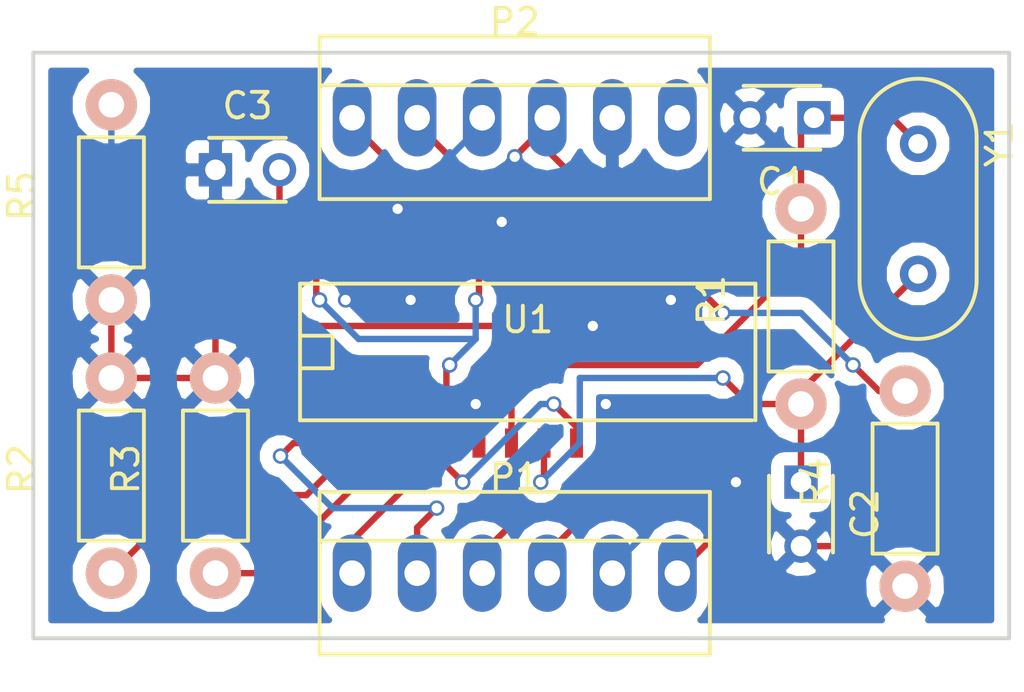
<source format=kicad_pcb>
(kicad_pcb (version 4) (host pcbnew 4.0.3-stable)

  (general
    (links 39)
    (no_connects 1)
    (area 101.524999 78.664999 139.775001 101.675001)
    (thickness 1.6)
    (drawings 5)
    (tracks 158)
    (zones 0)
    (modules 12)
    (nets 20)
  )

  (page A4)
  (layers
    (0 F.Cu signal)
    (31 B.Cu signal)
    (32 B.Adhes user)
    (33 F.Adhes user)
    (34 B.Paste user)
    (35 F.Paste user)
    (36 B.SilkS user)
    (37 F.SilkS user)
    (38 B.Mask user)
    (39 F.Mask user)
    (40 Dwgs.User user)
    (41 Cmts.User user)
    (42 Eco1.User user)
    (43 Eco2.User user)
    (44 Edge.Cuts user)
    (45 Margin user)
    (46 B.CrtYd user)
    (47 F.CrtYd user)
    (48 B.Fab user)
    (49 F.Fab user)
  )

  (setup
    (last_trace_width 0.25)
    (trace_clearance 0.2)
    (zone_clearance 0.508)
    (zone_45_only no)
    (trace_min 0.2)
    (segment_width 0.2)
    (edge_width 0.15)
    (via_size 0.6)
    (via_drill 0.4)
    (via_min_size 0.4)
    (via_min_drill 0.3)
    (uvia_size 0.3)
    (uvia_drill 0.1)
    (uvias_allowed no)
    (uvia_min_size 0.2)
    (uvia_min_drill 0.1)
    (pcb_text_width 0.3)
    (pcb_text_size 1.5 1.5)
    (mod_edge_width 0.15)
    (mod_text_size 1 1)
    (mod_text_width 0.15)
    (pad_size 1.524 1.524)
    (pad_drill 0.762)
    (pad_to_mask_clearance 0.2)
    (aux_axis_origin 0 0)
    (visible_elements 7FFFFFFF)
    (pcbplotparams
      (layerselection 0x00030_80000001)
      (usegerberextensions false)
      (excludeedgelayer true)
      (linewidth 0.100000)
      (plotframeref false)
      (viasonmask false)
      (mode 1)
      (useauxorigin false)
      (hpglpennumber 1)
      (hpglpenspeed 20)
      (hpglpendiameter 15)
      (hpglpenoverlay 2)
      (psnegative false)
      (psa4output false)
      (plotreference true)
      (plotvalue true)
      (plotinvisibletext false)
      (padsonsilk false)
      (subtractmaskfromsilk false)
      (outputformat 1)
      (mirror false)
      (drillshape 1)
      (scaleselection 1)
      (outputdirectory ""))
  )

  (net 0 "")
  (net 1 "Net-(C1-Pad1)")
  (net 2 GND)
  (net 3 "Net-(C2-Pad1)")
  (net 4 "Net-(C3-Pad2)")
  (net 5 "Net-(P1-Pad1)")
  (net 6 "Net-(P1-Pad2)")
  (net 7 "Net-(P1-Pad3)")
  (net 8 "Net-(P1-Pad4)")
  (net 9 "Net-(P1-Pad5)")
  (net 10 "Net-(P1-Pad6)")
  (net 11 "Net-(P2-Pad1)")
  (net 12 "Net-(P2-Pad2)")
  (net 13 VCC)
  (net 14 "Net-(R2-Pad1)")
  (net 15 "Net-(R3-Pad1)")
  (net 16 "Net-(R4-Pad2)")
  (net 17 "Net-(R5-Pad2)")
  (net 18 "Net-(P2-Pad3)")
  (net 19 "Net-(P2-Pad6)")

  (net_class Default "This is the default net class."
    (clearance 0.2)
    (trace_width 0.25)
    (via_dia 0.6)
    (via_drill 0.4)
    (uvia_dia 0.3)
    (uvia_drill 0.1)
    (add_net GND)
    (add_net "Net-(C1-Pad1)")
    (add_net "Net-(C2-Pad1)")
    (add_net "Net-(C3-Pad2)")
    (add_net "Net-(P1-Pad1)")
    (add_net "Net-(P1-Pad2)")
    (add_net "Net-(P1-Pad3)")
    (add_net "Net-(P1-Pad4)")
    (add_net "Net-(P1-Pad5)")
    (add_net "Net-(P1-Pad6)")
    (add_net "Net-(P2-Pad1)")
    (add_net "Net-(P2-Pad2)")
    (add_net "Net-(P2-Pad3)")
    (add_net "Net-(P2-Pad6)")
    (add_net "Net-(R2-Pad1)")
    (add_net "Net-(R3-Pad1)")
    (add_net "Net-(R4-Pad2)")
    (add_net "Net-(R5-Pad2)")
    (add_net VCC)
  )

  (module Capacitors_ThroughHole:C_Disc_D3_P2.5 (layer F.Cu) (tedit 0) (tstamp 583BB9B7)
    (at 132.08 81.28 180)
    (descr "Capacitor 3mm Disc, Pitch 2.5mm")
    (tags Capacitor)
    (path /5838C491)
    (fp_text reference C1 (at 1.25 -2.5 180) (layer F.SilkS)
      (effects (font (size 1 1) (thickness 0.15)))
    )
    (fp_text value 33p (at 1.25 2.5 180) (layer F.Fab)
      (effects (font (size 1 1) (thickness 0.15)))
    )
    (fp_line (start -0.9 -1.5) (end 3.4 -1.5) (layer F.CrtYd) (width 0.05))
    (fp_line (start 3.4 -1.5) (end 3.4 1.5) (layer F.CrtYd) (width 0.05))
    (fp_line (start 3.4 1.5) (end -0.9 1.5) (layer F.CrtYd) (width 0.05))
    (fp_line (start -0.9 1.5) (end -0.9 -1.5) (layer F.CrtYd) (width 0.05))
    (fp_line (start -0.25 -1.25) (end 2.75 -1.25) (layer F.SilkS) (width 0.15))
    (fp_line (start 2.75 1.25) (end -0.25 1.25) (layer F.SilkS) (width 0.15))
    (pad 1 thru_hole rect (at 0 0 180) (size 1.3 1.3) (drill 0.8) (layers *.Cu *.Mask)
      (net 1 "Net-(C1-Pad1)"))
    (pad 2 thru_hole circle (at 2.5 0 180) (size 1.3 1.3) (drill 0.8001) (layers *.Cu *.Mask)
      (net 2 GND))
    (model Capacitors_ThroughHole.3dshapes/C_Disc_D3_P2.5.wrl
      (at (xyz 0.0492126 0 0))
      (scale (xyz 1 1 1))
      (rotate (xyz 0 0 0))
    )
  )

  (module Capacitors_ThroughHole:C_Disc_D3_P2.5 (layer F.Cu) (tedit 0) (tstamp 583BB9BD)
    (at 131.572 95.504 270)
    (descr "Capacitor 3mm Disc, Pitch 2.5mm")
    (tags Capacitor)
    (path /5838C873)
    (fp_text reference C2 (at 1.25 -2.5 270) (layer F.SilkS)
      (effects (font (size 1 1) (thickness 0.15)))
    )
    (fp_text value 33p (at 1.25 2.5 270) (layer F.Fab)
      (effects (font (size 1 1) (thickness 0.15)))
    )
    (fp_line (start -0.9 -1.5) (end 3.4 -1.5) (layer F.CrtYd) (width 0.05))
    (fp_line (start 3.4 -1.5) (end 3.4 1.5) (layer F.CrtYd) (width 0.05))
    (fp_line (start 3.4 1.5) (end -0.9 1.5) (layer F.CrtYd) (width 0.05))
    (fp_line (start -0.9 1.5) (end -0.9 -1.5) (layer F.CrtYd) (width 0.05))
    (fp_line (start -0.25 -1.25) (end 2.75 -1.25) (layer F.SilkS) (width 0.15))
    (fp_line (start 2.75 1.25) (end -0.25 1.25) (layer F.SilkS) (width 0.15))
    (pad 1 thru_hole rect (at 0 0 270) (size 1.3 1.3) (drill 0.8) (layers *.Cu *.Mask)
      (net 3 "Net-(C2-Pad1)"))
    (pad 2 thru_hole circle (at 2.5 0 270) (size 1.3 1.3) (drill 0.8001) (layers *.Cu *.Mask)
      (net 2 GND))
    (model Capacitors_ThroughHole.3dshapes/C_Disc_D3_P2.5.wrl
      (at (xyz 0.0492126 0 0))
      (scale (xyz 1 1 1))
      (rotate (xyz 0 0 0))
    )
  )

  (module Capacitors_ThroughHole:C_Disc_D3_P2.5 (layer F.Cu) (tedit 0) (tstamp 583BB9C3)
    (at 108.712 83.312)
    (descr "Capacitor 3mm Disc, Pitch 2.5mm")
    (tags Capacitor)
    (path /5838D612)
    (fp_text reference C3 (at 1.25 -2.5) (layer F.SilkS)
      (effects (font (size 1 1) (thickness 0.15)))
    )
    (fp_text value 100nF (at 1.25 2.5) (layer F.Fab)
      (effects (font (size 1 1) (thickness 0.15)))
    )
    (fp_line (start -0.9 -1.5) (end 3.4 -1.5) (layer F.CrtYd) (width 0.05))
    (fp_line (start 3.4 -1.5) (end 3.4 1.5) (layer F.CrtYd) (width 0.05))
    (fp_line (start 3.4 1.5) (end -0.9 1.5) (layer F.CrtYd) (width 0.05))
    (fp_line (start -0.9 1.5) (end -0.9 -1.5) (layer F.CrtYd) (width 0.05))
    (fp_line (start -0.25 -1.25) (end 2.75 -1.25) (layer F.SilkS) (width 0.15))
    (fp_line (start 2.75 1.25) (end -0.25 1.25) (layer F.SilkS) (width 0.15))
    (pad 1 thru_hole rect (at 0 0) (size 1.3 1.3) (drill 0.8) (layers *.Cu *.Mask)
      (net 2 GND))
    (pad 2 thru_hole circle (at 2.5 0) (size 1.3 1.3) (drill 0.8001) (layers *.Cu *.Mask)
      (net 4 "Net-(C3-Pad2)"))
    (model Capacitors_ThroughHole.3dshapes/C_Disc_D3_P2.5.wrl
      (at (xyz 0.0492126 0 0))
      (scale (xyz 1 1 1))
      (rotate (xyz 0 0 0))
    )
  )

  (module Connect:PINHEAD1-6 (layer F.Cu) (tedit 0) (tstamp 583BB9CD)
    (at 120.396 99.06)
    (path /583B7DD1)
    (attr virtual)
    (fp_text reference P1 (at 0 -3.75) (layer F.SilkS)
      (effects (font (size 1 1) (thickness 0.15)))
    )
    (fp_text value CONN_01X06 (at 0 3.81) (layer F.Fab)
      (effects (font (size 1 1) (thickness 0.15)))
    )
    (fp_line (start 0 3.175) (end 7.62 3.175) (layer F.SilkS) (width 0.15))
    (fp_line (start 0 -1.27) (end 7.62 -1.27) (layer F.SilkS) (width 0.15))
    (fp_line (start 0 -3.175) (end 7.62 -3.175) (layer F.SilkS) (width 0.15))
    (fp_line (start -7.62 -3.175) (end -7.62 3.175) (layer F.SilkS) (width 0.15))
    (fp_line (start 7.62 -3.175) (end 7.62 3.175) (layer F.SilkS) (width 0.15))
    (fp_line (start 0 -1.27) (end -7.62 -1.27) (layer F.SilkS) (width 0.15))
    (fp_line (start -7.62 -3.175) (end 0 -3.175) (layer F.SilkS) (width 0.15))
    (fp_line (start 0 3.175) (end -7.62 3.175) (layer F.SilkS) (width 0.15))
    (pad 1 thru_hole oval (at -6.35 0) (size 1.50622 3.01498) (drill 0.99822) (layers *.Cu *.Mask)
      (net 5 "Net-(P1-Pad1)"))
    (pad 2 thru_hole oval (at -3.81 0) (size 1.50622 3.01498) (drill 0.99822) (layers *.Cu *.Mask)
      (net 6 "Net-(P1-Pad2)"))
    (pad 3 thru_hole oval (at -1.27 0) (size 1.50622 3.01498) (drill 0.99822) (layers *.Cu *.Mask)
      (net 7 "Net-(P1-Pad3)"))
    (pad 4 thru_hole oval (at 1.27 0) (size 1.50622 3.01498) (drill 0.99822) (layers *.Cu *.Mask)
      (net 8 "Net-(P1-Pad4)"))
    (pad 5 thru_hole oval (at 3.81 0) (size 1.50622 3.01498) (drill 0.99822) (layers *.Cu *.Mask)
      (net 9 "Net-(P1-Pad5)"))
    (pad 6 thru_hole oval (at 6.35 0) (size 1.50622 3.01498) (drill 0.99822) (layers *.Cu *.Mask)
      (net 10 "Net-(P1-Pad6)"))
  )

  (module Connect:PINHEAD1-6 (layer F.Cu) (tedit 0) (tstamp 583BB9D7)
    (at 120.396 81.28)
    (path /583C4D63)
    (attr virtual)
    (fp_text reference P2 (at 0 -3.75) (layer F.SilkS)
      (effects (font (size 1 1) (thickness 0.15)))
    )
    (fp_text value CONN_01X06 (at 0 3.81) (layer F.Fab)
      (effects (font (size 1 1) (thickness 0.15)))
    )
    (fp_line (start 0 3.175) (end 7.62 3.175) (layer F.SilkS) (width 0.15))
    (fp_line (start 0 -1.27) (end 7.62 -1.27) (layer F.SilkS) (width 0.15))
    (fp_line (start 0 -3.175) (end 7.62 -3.175) (layer F.SilkS) (width 0.15))
    (fp_line (start -7.62 -3.175) (end -7.62 3.175) (layer F.SilkS) (width 0.15))
    (fp_line (start 7.62 -3.175) (end 7.62 3.175) (layer F.SilkS) (width 0.15))
    (fp_line (start 0 -1.27) (end -7.62 -1.27) (layer F.SilkS) (width 0.15))
    (fp_line (start -7.62 -3.175) (end 0 -3.175) (layer F.SilkS) (width 0.15))
    (fp_line (start 0 3.175) (end -7.62 3.175) (layer F.SilkS) (width 0.15))
    (pad 1 thru_hole oval (at -6.35 0) (size 1.50622 3.01498) (drill 0.99822) (layers *.Cu *.Mask)
      (net 11 "Net-(P2-Pad1)"))
    (pad 2 thru_hole oval (at -3.81 0) (size 1.50622 3.01498) (drill 0.99822) (layers *.Cu *.Mask)
      (net 12 "Net-(P2-Pad2)"))
    (pad 3 thru_hole oval (at -1.27 0) (size 1.50622 3.01498) (drill 0.99822) (layers *.Cu *.Mask)
      (net 18 "Net-(P2-Pad3)"))
    (pad 4 thru_hole oval (at 1.27 0) (size 1.50622 3.01498) (drill 0.99822) (layers *.Cu *.Mask)
      (net 13 VCC))
    (pad 5 thru_hole oval (at 3.81 0) (size 1.50622 3.01498) (drill 0.99822) (layers *.Cu *.Mask)
      (net 2 GND))
    (pad 6 thru_hole oval (at 6.35 0) (size 1.50622 3.01498) (drill 0.99822) (layers *.Cu *.Mask)
      (net 19 "Net-(P2-Pad6)"))
  )

  (module SMD_Packages:SOIC-28 (layer F.Cu) (tedit 0) (tstamp 583BBA15)
    (at 120.904 90.424)
    (descr "Module CMS SOJ 28 pins large")
    (tags "CMS SOJ")
    (path /5838BFC0)
    (attr smd)
    (fp_text reference U1 (at 0 -1.26238) (layer F.SilkS)
      (effects (font (size 1 1) (thickness 0.15)))
    )
    (fp_text value VS1011E-S (at 0 1.27) (layer F.Fab)
      (effects (font (size 1 1) (thickness 0.15)))
    )
    (fp_line (start 8.763 2.667) (end -8.89 2.667) (layer F.SilkS) (width 0.15))
    (fp_line (start -8.89 -2.667) (end 8.89 -2.667) (layer F.SilkS) (width 0.15))
    (fp_line (start 8.89 2.667) (end 8.89 -2.667) (layer F.SilkS) (width 0.15))
    (fp_line (start -8.89 -2.667) (end -8.89 2.667) (layer F.SilkS) (width 0.15))
    (fp_line (start -8.89 -0.635) (end -7.62 -0.635) (layer F.SilkS) (width 0.15))
    (fp_line (start -7.62 -0.635) (end -7.62 0.635) (layer F.SilkS) (width 0.15))
    (fp_line (start -7.62 0.635) (end -8.89 0.635) (layer F.SilkS) (width 0.15))
    (pad 1 smd rect (at -8.255 3.556) (size 0.508 1.143) (layers F.Cu F.Paste F.Mask)
      (net 6 "Net-(P1-Pad2)"))
    (pad 2 smd rect (at -6.985 3.556) (size 0.508 1.143) (layers F.Cu F.Paste F.Mask)
      (net 14 "Net-(R2-Pad1)"))
    (pad 3 smd rect (at -5.715 3.556) (size 0.508 1.143) (layers F.Cu F.Paste F.Mask)
      (net 15 "Net-(R3-Pad1)"))
    (pad 4 smd rect (at -4.445 3.556) (size 0.508 1.143) (layers F.Cu F.Paste F.Mask)
      (net 5 "Net-(P1-Pad1)"))
    (pad 5 smd rect (at -3.175 3.556) (size 0.508 1.143) (layers F.Cu F.Paste F.Mask)
      (net 13 VCC))
    (pad 6 smd rect (at -1.905 3.556) (size 0.508 1.143) (layers F.Cu F.Paste F.Mask)
      (net 2 GND))
    (pad 7 smd rect (at -0.635 3.556) (size 0.508 1.143) (layers F.Cu F.Paste F.Mask)
      (net 1 "Net-(C1-Pad1)"))
    (pad 8 smd rect (at 0.635 3.556) (size 0.508 1.143) (layers F.Cu F.Paste F.Mask)
      (net 3 "Net-(C2-Pad1)"))
    (pad 9 smd rect (at 1.905 3.556) (size 0.508 1.143) (layers F.Cu F.Paste F.Mask)
      (net 13 VCC))
    (pad 10 smd rect (at 3.175 3.556) (size 0.508 1.143) (layers F.Cu F.Paste F.Mask)
      (net 2 GND))
    (pad 11 smd rect (at 4.445 3.556) (size 0.508 1.143) (layers F.Cu F.Paste F.Mask)
      (net 7 "Net-(P1-Pad3)"))
    (pad 12 smd rect (at 5.715 3.556) (size 0.508 1.143) (layers F.Cu F.Paste F.Mask)
      (net 8 "Net-(P1-Pad4)"))
    (pad 13 smd rect (at 6.985 3.556) (size 0.508 1.143) (layers F.Cu F.Paste F.Mask)
      (net 10 "Net-(P1-Pad6)"))
    (pad 14 smd rect (at 8.255 3.556) (size 0.508 1.143) (layers F.Cu F.Paste F.Mask)
      (net 9 "Net-(P1-Pad5)"))
    (pad 15 smd rect (at 8.255 -3.556) (size 0.508 1.143) (layers F.Cu F.Paste F.Mask)
      (net 13 VCC))
    (pad 16 smd rect (at 6.985 -3.556) (size 0.508 1.143) (layers F.Cu F.Paste F.Mask)
      (net 16 "Net-(R4-Pad2)"))
    (pad 17 smd rect (at 5.715 -3.556) (size 0.508 1.143) (layers F.Cu F.Paste F.Mask)
      (net 17 "Net-(R5-Pad2)"))
    (pad 18 smd rect (at 4.445 -3.556) (size 0.508 1.143) (layers F.Cu F.Paste F.Mask)
      (net 2 GND))
    (pad 19 smd rect (at 3.175 -3.556) (size 0.508 1.143) (layers F.Cu F.Paste F.Mask)
      (net 13 VCC))
    (pad 20 smd rect (at 1.905 -3.556) (size 0.508 1.143) (layers F.Cu F.Paste F.Mask)
      (net 12 "Net-(P2-Pad2)"))
    (pad 21 smd rect (at 0.635 -3.556) (size 0.508 1.143) (layers F.Cu F.Paste F.Mask)
      (net 2 GND))
    (pad 22 smd rect (at -0.635 -3.556) (size 0.508 1.143) (layers F.Cu F.Paste F.Mask)
      (net 4 "Net-(C3-Pad2)"))
    (pad 23 smd rect (at -1.905 -3.556) (size 0.508 1.143) (layers F.Cu F.Paste F.Mask)
      (net 13 VCC))
    (pad 24 smd rect (at -3.175 -3.556) (size 0.508 1.143) (layers F.Cu F.Paste F.Mask)
      (net 11 "Net-(P2-Pad1)"))
    (pad 25 smd rect (at -4.445 -3.556) (size 0.508 1.143) (layers F.Cu F.Paste F.Mask)
      (net 2 GND))
    (pad 26 smd rect (at -5.715 -3.556) (size 0.508 1.143) (layers F.Cu F.Paste F.Mask)
      (net 18 "Net-(P2-Pad3)"))
    (pad 27 smd rect (at -6.985 -3.556) (size 0.508 1.143) (layers F.Cu F.Paste F.Mask)
      (net 2 GND))
    (pad 28 smd rect (at -8.255 -3.556) (size 0.508 1.143) (layers F.Cu F.Paste F.Mask)
      (net 13 VCC))
  )

  (module Crystals:HC-49V (layer F.Cu) (tedit 56D4D4E4) (tstamp 583BBA1B)
    (at 136.144 82.296 270)
    (descr "Quartz boitier HC-49 Vertical")
    (tags "QUARTZ DEV")
    (path /5838C514)
    (fp_text reference Y1 (at 0 -3.175 270) (layer F.SilkS)
      (effects (font (size 1 1) (thickness 0.15)))
    )
    (fp_text value Crystal (at 0 3.175 270) (layer F.Fab)
      (effects (font (size 1 1) (thickness 0.15)))
    )
    (fp_line (start 5.35 2.8) (end -0.25 2.8) (layer F.CrtYd) (width 0.05))
    (fp_line (start -0.25 -2.8) (end 5.35 -2.8) (layer F.CrtYd) (width 0.05))
    (fp_arc (start -0.25 0) (end -0.25 2.8) (angle 180) (layer F.CrtYd) (width 0.05))
    (fp_arc (start 5.35 0) (end 5.35 -2.8) (angle 180) (layer F.CrtYd) (width 0.05))
    (fp_arc (start 5.334 0) (end 5.334 -2.286) (angle 180) (layer F.SilkS) (width 0.15))
    (fp_arc (start -0.254 0) (end -0.254 2.286) (angle 180) (layer F.SilkS) (width 0.15))
    (fp_line (start -0.254 2.286) (end 5.334 2.286) (layer F.SilkS) (width 0.15))
    (fp_line (start -0.254 -2.286) (end 5.334 -2.286) (layer F.SilkS) (width 0.15))
    (pad 1 thru_hole circle (at 0 0 270) (size 1.4224 1.4224) (drill 0.762) (layers *.Cu *.Mask)
      (net 1 "Net-(C1-Pad1)"))
    (pad 2 thru_hole circle (at 5.08 0 270) (size 1.4224 1.4224) (drill 0.762) (layers *.Cu *.Mask)
      (net 3 "Net-(C2-Pad1)"))
    (model Crystals.3dshapes/HC-49V.wrl
      (at (xyz 0.1 0 0))
      (scale (xyz 1 1 0.2))
      (rotate (xyz 0 0 0))
    )
  )

  (module Resistors_ThroughHole:Resistor_Horizontal_RM7mm (layer F.Cu) (tedit 569FCF07) (tstamp 583BBE11)
    (at 131.572 92.456 90)
    (descr "Resistor, Axial,  RM 7.62mm, 1/3W,")
    (tags "Resistor Axial RM 7.62mm 1/3W R3")
    (path /5838C3D8)
    (fp_text reference R1 (at 4.05892 -3.50012 90) (layer F.SilkS)
      (effects (font (size 1 1) (thickness 0.15)))
    )
    (fp_text value 1M (at 3.81 3.81 90) (layer F.Fab)
      (effects (font (size 1 1) (thickness 0.15)))
    )
    (fp_line (start -1.25 -1.5) (end 8.85 -1.5) (layer F.CrtYd) (width 0.05))
    (fp_line (start -1.25 1.5) (end -1.25 -1.5) (layer F.CrtYd) (width 0.05))
    (fp_line (start 8.85 -1.5) (end 8.85 1.5) (layer F.CrtYd) (width 0.05))
    (fp_line (start -1.25 1.5) (end 8.85 1.5) (layer F.CrtYd) (width 0.05))
    (fp_line (start 1.27 -1.27) (end 6.35 -1.27) (layer F.SilkS) (width 0.15))
    (fp_line (start 6.35 -1.27) (end 6.35 1.27) (layer F.SilkS) (width 0.15))
    (fp_line (start 6.35 1.27) (end 1.27 1.27) (layer F.SilkS) (width 0.15))
    (fp_line (start 1.27 1.27) (end 1.27 -1.27) (layer F.SilkS) (width 0.15))
    (pad 1 thru_hole circle (at 0 0 90) (size 1.99898 1.99898) (drill 1.00076) (layers *.Cu *.SilkS *.Mask)
      (net 3 "Net-(C2-Pad1)"))
    (pad 2 thru_hole circle (at 7.62 0 90) (size 1.99898 1.99898) (drill 1.00076) (layers *.Cu *.SilkS *.Mask)
      (net 1 "Net-(C1-Pad1)"))
  )

  (module Resistors_ThroughHole:Resistor_Horizontal_RM7mm (layer F.Cu) (tedit 569FCF07) (tstamp 583BBE16)
    (at 104.648 99.06 90)
    (descr "Resistor, Axial,  RM 7.62mm, 1/3W,")
    (tags "Resistor Axial RM 7.62mm 1/3W R3")
    (path /5838DDC6)
    (fp_text reference R2 (at 4.05892 -3.50012 90) (layer F.SilkS)
      (effects (font (size 1 1) (thickness 0.15)))
    )
    (fp_text value 100K (at 3.81 3.81 90) (layer F.Fab)
      (effects (font (size 1 1) (thickness 0.15)))
    )
    (fp_line (start -1.25 -1.5) (end 8.85 -1.5) (layer F.CrtYd) (width 0.05))
    (fp_line (start -1.25 1.5) (end -1.25 -1.5) (layer F.CrtYd) (width 0.05))
    (fp_line (start 8.85 -1.5) (end 8.85 1.5) (layer F.CrtYd) (width 0.05))
    (fp_line (start -1.25 1.5) (end 8.85 1.5) (layer F.CrtYd) (width 0.05))
    (fp_line (start 1.27 -1.27) (end 6.35 -1.27) (layer F.SilkS) (width 0.15))
    (fp_line (start 6.35 -1.27) (end 6.35 1.27) (layer F.SilkS) (width 0.15))
    (fp_line (start 6.35 1.27) (end 1.27 1.27) (layer F.SilkS) (width 0.15))
    (fp_line (start 1.27 1.27) (end 1.27 -1.27) (layer F.SilkS) (width 0.15))
    (pad 1 thru_hole circle (at 0 0 90) (size 1.99898 1.99898) (drill 1.00076) (layers *.Cu *.SilkS *.Mask)
      (net 14 "Net-(R2-Pad1)"))
    (pad 2 thru_hole circle (at 7.62 0 90) (size 1.99898 1.99898) (drill 1.00076) (layers *.Cu *.SilkS *.Mask)
      (net 2 GND))
  )

  (module Resistors_ThroughHole:Resistor_Horizontal_RM7mm (layer F.Cu) (tedit 569FCF07) (tstamp 583BBE1B)
    (at 108.712 99.06 90)
    (descr "Resistor, Axial,  RM 7.62mm, 1/3W,")
    (tags "Resistor Axial RM 7.62mm 1/3W R3")
    (path /5838DE6C)
    (fp_text reference R3 (at 4.05892 -3.50012 90) (layer F.SilkS)
      (effects (font (size 1 1) (thickness 0.15)))
    )
    (fp_text value 100K (at 3.81 3.81 90) (layer F.Fab)
      (effects (font (size 1 1) (thickness 0.15)))
    )
    (fp_line (start -1.25 -1.5) (end 8.85 -1.5) (layer F.CrtYd) (width 0.05))
    (fp_line (start -1.25 1.5) (end -1.25 -1.5) (layer F.CrtYd) (width 0.05))
    (fp_line (start 8.85 -1.5) (end 8.85 1.5) (layer F.CrtYd) (width 0.05))
    (fp_line (start -1.25 1.5) (end 8.85 1.5) (layer F.CrtYd) (width 0.05))
    (fp_line (start 1.27 -1.27) (end 6.35 -1.27) (layer F.SilkS) (width 0.15))
    (fp_line (start 6.35 -1.27) (end 6.35 1.27) (layer F.SilkS) (width 0.15))
    (fp_line (start 6.35 1.27) (end 1.27 1.27) (layer F.SilkS) (width 0.15))
    (fp_line (start 1.27 1.27) (end 1.27 -1.27) (layer F.SilkS) (width 0.15))
    (pad 1 thru_hole circle (at 0 0 90) (size 1.99898 1.99898) (drill 1.00076) (layers *.Cu *.SilkS *.Mask)
      (net 15 "Net-(R3-Pad1)"))
    (pad 2 thru_hole circle (at 7.62 0 90) (size 1.99898 1.99898) (drill 1.00076) (layers *.Cu *.SilkS *.Mask)
      (net 2 GND))
  )

  (module Resistors_ThroughHole:Resistor_Horizontal_RM7mm (layer F.Cu) (tedit 569FCF07) (tstamp 583BBE20)
    (at 135.636 99.568 90)
    (descr "Resistor, Axial,  RM 7.62mm, 1/3W,")
    (tags "Resistor Axial RM 7.62mm 1/3W R3")
    (path /5838DEE8)
    (fp_text reference R4 (at 4.05892 -3.50012 90) (layer F.SilkS)
      (effects (font (size 1 1) (thickness 0.15)))
    )
    (fp_text value 100K (at 3.81 3.81 90) (layer F.Fab)
      (effects (font (size 1 1) (thickness 0.15)))
    )
    (fp_line (start -1.25 -1.5) (end 8.85 -1.5) (layer F.CrtYd) (width 0.05))
    (fp_line (start -1.25 1.5) (end -1.25 -1.5) (layer F.CrtYd) (width 0.05))
    (fp_line (start 8.85 -1.5) (end 8.85 1.5) (layer F.CrtYd) (width 0.05))
    (fp_line (start -1.25 1.5) (end 8.85 1.5) (layer F.CrtYd) (width 0.05))
    (fp_line (start 1.27 -1.27) (end 6.35 -1.27) (layer F.SilkS) (width 0.15))
    (fp_line (start 6.35 -1.27) (end 6.35 1.27) (layer F.SilkS) (width 0.15))
    (fp_line (start 6.35 1.27) (end 1.27 1.27) (layer F.SilkS) (width 0.15))
    (fp_line (start 1.27 1.27) (end 1.27 -1.27) (layer F.SilkS) (width 0.15))
    (pad 1 thru_hole circle (at 0 0 90) (size 1.99898 1.99898) (drill 1.00076) (layers *.Cu *.SilkS *.Mask)
      (net 2 GND))
    (pad 2 thru_hole circle (at 7.62 0 90) (size 1.99898 1.99898) (drill 1.00076) (layers *.Cu *.SilkS *.Mask)
      (net 16 "Net-(R4-Pad2)"))
  )

  (module Resistors_ThroughHole:Resistor_Horizontal_RM7mm (layer F.Cu) (tedit 569FCF07) (tstamp 583BBE25)
    (at 104.648 88.392 90)
    (descr "Resistor, Axial,  RM 7.62mm, 1/3W,")
    (tags "Resistor Axial RM 7.62mm 1/3W R3")
    (path /5838DFA5)
    (fp_text reference R5 (at 4.05892 -3.50012 90) (layer F.SilkS)
      (effects (font (size 1 1) (thickness 0.15)))
    )
    (fp_text value 100K (at 3.81 3.81 90) (layer F.Fab)
      (effects (font (size 1 1) (thickness 0.15)))
    )
    (fp_line (start -1.25 -1.5) (end 8.85 -1.5) (layer F.CrtYd) (width 0.05))
    (fp_line (start -1.25 1.5) (end -1.25 -1.5) (layer F.CrtYd) (width 0.05))
    (fp_line (start 8.85 -1.5) (end 8.85 1.5) (layer F.CrtYd) (width 0.05))
    (fp_line (start -1.25 1.5) (end 8.85 1.5) (layer F.CrtYd) (width 0.05))
    (fp_line (start 1.27 -1.27) (end 6.35 -1.27) (layer F.SilkS) (width 0.15))
    (fp_line (start 6.35 -1.27) (end 6.35 1.27) (layer F.SilkS) (width 0.15))
    (fp_line (start 6.35 1.27) (end 1.27 1.27) (layer F.SilkS) (width 0.15))
    (fp_line (start 1.27 1.27) (end 1.27 -1.27) (layer F.SilkS) (width 0.15))
    (pad 1 thru_hole circle (at 0 0 90) (size 1.99898 1.99898) (drill 1.00076) (layers *.Cu *.SilkS *.Mask)
      (net 2 GND))
    (pad 2 thru_hole circle (at 7.62 0 90) (size 1.99898 1.99898) (drill 1.00076) (layers *.Cu *.SilkS *.Mask)
      (net 17 "Net-(R5-Pad2)"))
  )

  (gr_line (start 139.7 78.74) (end 139.7 101.6) (angle 90) (layer Edge.Cuts) (width 0.15))
  (gr_line (start 101.6 78.74) (end 139.7 78.74) (angle 90) (layer Edge.Cuts) (width 0.15))
  (gr_line (start 101.6 101.6) (end 101.6 78.74) (angle 90) (layer Edge.Cuts) (width 0.15))
  (gr_line (start 127 101.6) (end 139.7 101.6) (angle 90) (layer Edge.Cuts) (width 0.15))
  (gr_line (start 127 101.6) (end 101.6 101.6) (angle 90) (layer Edge.Cuts) (width 0.15))

  (segment (start 131.572 84.836) (end 131.572 86.868) (width 0.25) (layer F.Cu) (net 1))
  (segment (start 120.269 91.567) (end 120.269 93.98) (width 0.25) (layer F.Cu) (net 1) (tstamp 583BC54C))
  (segment (start 120.904 90.932) (end 120.269 91.567) (width 0.25) (layer F.Cu) (net 1) (tstamp 583BC549))
  (segment (start 127.508 90.932) (end 120.904 90.932) (width 0.25) (layer F.Cu) (net 1) (tstamp 583BC545))
  (segment (start 131.572 86.868) (end 127.508 90.932) (width 0.25) (layer F.Cu) (net 1) (tstamp 583BC541))
  (segment (start 132.08 81.28) (end 135.128 81.28) (width 0.25) (layer F.Cu) (net 1))
  (segment (start 135.128 81.28) (end 136.144 82.296) (width 0.25) (layer F.Cu) (net 1) (tstamp 583BC3C0))
  (segment (start 131.572 84.836) (end 131.572 81.788) (width 0.25) (layer F.Cu) (net 1))
  (segment (start 131.572 81.788) (end 132.08 81.28) (width 0.25) (layer F.Cu) (net 1) (tstamp 583BC3BC))
  (segment (start 131.572 98.004) (end 134.072 98.004) (width 0.25) (layer F.Cu) (net 2))
  (segment (start 134.072 98.004) (end 135.636 99.568) (width 0.25) (layer F.Cu) (net 2) (tstamp 583BC557))
  (segment (start 104.648 88.392) (end 104.648 91.44) (width 0.25) (layer F.Cu) (net 2))
  (segment (start 104.648 91.44) (end 108.712 91.44) (width 0.25) (layer F.Cu) (net 2) (tstamp 583BC50A))
  (segment (start 108.712 91.44) (end 108.712 83.312) (width 0.25) (layer F.Cu) (net 2) (tstamp 583BC50B))
  (segment (start 116.459 86.868) (end 116.459 88.265) (width 0.25) (layer F.Cu) (net 2))
  (via (at 116.332 88.392) (size 0.6) (drill 0.4) (layers F.Cu B.Cu) (net 2))
  (segment (start 116.459 88.265) (end 116.332 88.392) (width 0.25) (layer F.Cu) (net 2) (tstamp 583BC4E7))
  (segment (start 113.919 86.868) (end 113.919 88.265) (width 0.25) (layer F.Cu) (net 2))
  (via (at 113.792 88.392) (size 0.6) (drill 0.4) (layers F.Cu B.Cu) (net 2))
  (segment (start 113.919 88.265) (end 113.792 88.392) (width 0.25) (layer F.Cu) (net 2) (tstamp 583BC4DE))
  (segment (start 118.999 93.98) (end 118.999 92.583) (width 0.25) (layer F.Cu) (net 2))
  (via (at 118.872 92.456) (size 0.6) (drill 0.4) (layers F.Cu B.Cu) (net 2))
  (segment (start 118.999 92.583) (end 118.872 92.456) (width 0.25) (layer F.Cu) (net 2) (tstamp 583BC4AD))
  (segment (start 123.444 88.392) (end 123.444 89.408) (width 0.25) (layer F.Cu) (net 2))
  (via (at 123.444 89.408) (size 0.6) (drill 0.4) (layers F.Cu B.Cu) (net 2))
  (segment (start 124.079 93.98) (end 124.079 92.583) (width 0.25) (layer F.Cu) (net 2))
  (via (at 123.952 92.456) (size 0.6) (drill 0.4) (layers F.Cu B.Cu) (net 2))
  (segment (start 124.079 92.583) (end 123.952 92.456) (width 0.25) (layer F.Cu) (net 2) (tstamp 583BC478))
  (segment (start 121.539 86.868) (end 121.539 88.011) (width 0.25) (layer F.Cu) (net 2))
  (segment (start 125.349 88.011) (end 125.349 86.868) (width 0.25) (layer F.Cu) (net 2) (tstamp 583BC3FE))
  (segment (start 124.968 88.392) (end 125.349 88.011) (width 0.25) (layer F.Cu) (net 2) (tstamp 583BC3FB))
  (segment (start 121.92 88.392) (end 123.444 88.392) (width 0.25) (layer F.Cu) (net 2) (tstamp 583BC3F8))
  (segment (start 123.444 88.392) (end 124.968 88.392) (width 0.25) (layer F.Cu) (net 2) (tstamp 583BC49D))
  (segment (start 121.539 88.011) (end 121.92 88.392) (width 0.25) (layer F.Cu) (net 2) (tstamp 583BC3F6))
  (segment (start 121.539 93.98) (end 121.539 95.377) (width 0.25) (layer F.Cu) (net 3))
  (segment (start 129.54 92.456) (end 131.572 92.456) (width 0.25) (layer F.Cu) (net 3) (tstamp 583BC630))
  (segment (start 128.524 91.44) (end 129.54 92.456) (width 0.25) (layer F.Cu) (net 3) (tstamp 583BC62F))
  (via (at 128.524 91.44) (size 0.6) (drill 0.4) (layers F.Cu B.Cu) (net 3))
  (segment (start 122.936 91.44) (end 128.524 91.44) (width 0.25) (layer B.Cu) (net 3) (tstamp 583BC623))
  (segment (start 122.936 93.98) (end 122.936 91.44) (width 0.25) (layer B.Cu) (net 3) (tstamp 583BC5F1))
  (segment (start 121.412 95.504) (end 122.936 93.98) (width 0.25) (layer B.Cu) (net 3) (tstamp 583BC5F0))
  (via (at 121.412 95.504) (size 0.6) (drill 0.4) (layers F.Cu B.Cu) (net 3))
  (segment (start 121.539 95.377) (end 121.412 95.504) (width 0.25) (layer F.Cu) (net 3) (tstamp 583BC5E7))
  (segment (start 131.572 92.456) (end 131.572 91.948) (width 0.25) (layer F.Cu) (net 3))
  (segment (start 131.572 91.948) (end 136.144 87.376) (width 0.25) (layer F.Cu) (net 3) (tstamp 583BC3B3))
  (segment (start 131.572 95.504) (end 131.572 92.456) (width 0.25) (layer F.Cu) (net 3))
  (segment (start 111.212 83.312) (end 111.212 88.86) (width 0.25) (layer F.Cu) (net 4))
  (segment (start 120.269 89.027) (end 120.269 86.868) (width 0.25) (layer F.Cu) (net 4) (tstamp 583BC526))
  (segment (start 119.888 89.408) (end 120.269 89.027) (width 0.25) (layer F.Cu) (net 4) (tstamp 583BC522))
  (segment (start 111.76 89.408) (end 119.888 89.408) (width 0.25) (layer F.Cu) (net 4) (tstamp 583BC520))
  (segment (start 111.212 88.86) (end 111.76 89.408) (width 0.25) (layer F.Cu) (net 4) (tstamp 583BC51B))
  (segment (start 114.046 99.06) (end 114.046 97.79) (width 0.25) (layer F.Cu) (net 5))
  (segment (start 114.046 97.79) (end 116.459 95.377) (width 0.25) (layer F.Cu) (net 5) (tstamp 583BC358))
  (segment (start 116.459 95.377) (end 116.459 93.98) (width 0.25) (layer F.Cu) (net 5) (tstamp 583BC35E))
  (segment (start 112.649 93.98) (end 111.76 93.98) (width 0.25) (layer F.Cu) (net 6))
  (segment (start 116.586 97.282) (end 116.586 99.06) (width 0.25) (layer F.Cu) (net 6) (tstamp 583BC5A7))
  (segment (start 117.348 96.52) (end 116.586 97.282) (width 0.25) (layer F.Cu) (net 6) (tstamp 583BC5A6))
  (via (at 117.348 96.52) (size 0.6) (drill 0.4) (layers F.Cu B.Cu) (net 6))
  (segment (start 113.284 96.52) (end 117.348 96.52) (width 0.25) (layer B.Cu) (net 6) (tstamp 583BC595))
  (segment (start 111.252 94.488) (end 113.284 96.52) (width 0.25) (layer B.Cu) (net 6) (tstamp 583BC594))
  (via (at 111.252 94.488) (size 0.6) (drill 0.4) (layers F.Cu B.Cu) (net 6))
  (segment (start 111.76 93.98) (end 111.252 94.488) (width 0.25) (layer F.Cu) (net 6) (tstamp 583BC58C))
  (segment (start 119.126 99.06) (end 119.126 98.298) (width 0.25) (layer F.Cu) (net 7))
  (segment (start 119.126 98.298) (end 120.904 96.52) (width 0.25) (layer F.Cu) (net 7) (tstamp 583BC643))
  (segment (start 120.904 96.52) (end 122.428 96.52) (width 0.25) (layer F.Cu) (net 7) (tstamp 583BC648))
  (segment (start 122.428 96.52) (end 123.444 95.504) (width 0.25) (layer F.Cu) (net 7) (tstamp 583BC64A))
  (segment (start 123.444 95.504) (end 124.46 95.504) (width 0.25) (layer F.Cu) (net 7) (tstamp 583BC64D))
  (segment (start 124.46 95.504) (end 125.349 94.615) (width 0.25) (layer F.Cu) (net 7) (tstamp 583BC650))
  (segment (start 125.349 94.615) (end 125.349 93.98) (width 0.25) (layer F.Cu) (net 7) (tstamp 583BC653))
  (segment (start 126.619 93.98) (end 126.619 94.869) (width 0.25) (layer F.Cu) (net 8))
  (segment (start 123.444 96.52) (end 121.666 98.298) (width 0.25) (layer F.Cu) (net 8) (tstamp 583BC32B))
  (segment (start 124.968 96.52) (end 123.444 96.52) (width 0.25) (layer F.Cu) (net 8) (tstamp 583BC327))
  (segment (start 126.619 94.869) (end 124.968 96.52) (width 0.25) (layer F.Cu) (net 8) (tstamp 583BC322))
  (segment (start 121.666 98.298) (end 121.666 99.06) (width 0.25) (layer F.Cu) (net 8) (tstamp 583BC32E))
  (segment (start 124.206 99.06) (end 124.206 98.806) (width 0.25) (layer B.Cu) (net 9) (status C00000))
  (segment (start 124.206 98.806) (end 127 96.012) (width 0.25) (layer B.Cu) (net 9) (tstamp 583C4E1F) (status 400000))
  (segment (start 127 96.012) (end 128.524 96.012) (width 0.25) (layer B.Cu) (net 9) (tstamp 583C4E29))
  (segment (start 128.524 96.012) (end 129.032 95.504) (width 0.25) (layer B.Cu) (net 9) (tstamp 583C4E32))
  (via (at 129.032 95.504) (size 0.6) (drill 0.4) (layers F.Cu B.Cu) (net 9))
  (segment (start 129.032 95.504) (end 129.159 95.377) (width 0.25) (layer F.Cu) (net 9) (tstamp 583C4E3A))
  (segment (start 129.159 95.377) (end 129.159 93.98) (width 0.25) (layer F.Cu) (net 9) (tstamp 583C4E3B) (status 800000))
  (segment (start 127.889 93.98) (end 127.889 97.917) (width 0.25) (layer F.Cu) (net 10))
  (segment (start 127.889 97.917) (end 126.746 99.06) (width 0.25) (layer F.Cu) (net 10) (tstamp 583BC308))
  (segment (start 114.046 81.28) (end 114.046 81.534) (width 0.25) (layer F.Cu) (net 11))
  (segment (start 114.046 81.534) (end 117.729 85.217) (width 0.25) (layer F.Cu) (net 11) (tstamp 583BC3C6))
  (segment (start 117.729 85.217) (end 117.729 86.868) (width 0.25) (layer F.Cu) (net 11) (tstamp 583BC3CC))
  (segment (start 116.586 81.28) (end 116.586 81.534) (width 0.25) (layer F.Cu) (net 12))
  (segment (start 116.586 81.534) (end 118.872 83.82) (width 0.25) (layer F.Cu) (net 12) (tstamp 583BC706))
  (segment (start 118.872 83.82) (end 121.412 83.82) (width 0.25) (layer F.Cu) (net 12) (tstamp 583BC70C))
  (segment (start 121.412 83.82) (end 122.809 85.217) (width 0.25) (layer F.Cu) (net 12) (tstamp 583BC70F))
  (segment (start 122.809 85.217) (end 122.809 86.868) (width 0.25) (layer F.Cu) (net 12) (tstamp 583BC711))
  (segment (start 118.999 86.868) (end 118.999 86.233) (width 0.25) (layer F.Cu) (net 13) (status 400000))
  (segment (start 120.396 82.804) (end 121.666 81.534) (width 0.25) (layer F.Cu) (net 13) (tstamp 583C4D1A) (status 800000))
  (via (at 120.396 82.804) (size 0.6) (drill 0.4) (layers F.Cu B.Cu) (net 13))
  (segment (start 120.396 84.836) (end 120.396 82.804) (width 0.25) (layer B.Cu) (net 13) (tstamp 583C4D14))
  (segment (start 119.888 85.344) (end 120.396 84.836) (width 0.25) (layer B.Cu) (net 13) (tstamp 583C4D13))
  (via (at 119.888 85.344) (size 0.6) (drill 0.4) (layers F.Cu B.Cu) (net 13))
  (segment (start 118.999 86.233) (end 119.888 85.344) (width 0.25) (layer F.Cu) (net 13) (tstamp 583C4D0D))
  (segment (start 121.666 81.534) (end 121.666 81.28) (width 0.25) (layer F.Cu) (net 13) (tstamp 583C4D1B) (status C00000))
  (segment (start 129.159 86.868) (end 129.159 85.979) (width 0.25) (layer F.Cu) (net 13) (status 400000))
  (segment (start 128.016 84.836) (end 123.952 84.836) (width 0.25) (layer F.Cu) (net 13) (tstamp 583C4D00))
  (segment (start 129.159 85.979) (end 128.016 84.836) (width 0.25) (layer F.Cu) (net 13) (tstamp 583C4CFB))
  (segment (start 121.666 81.28) (end 121.666 82.55) (width 0.25) (layer F.Cu) (net 13) (status C00000))
  (segment (start 121.666 82.55) (end 123.952 84.836) (width 0.25) (layer F.Cu) (net 13) (tstamp 583C4CE5) (status 400000))
  (segment (start 123.952 84.836) (end 124.079 84.963) (width 0.25) (layer F.Cu) (net 13) (tstamp 583C4D04))
  (segment (start 124.079 84.963) (end 124.079 86.868) (width 0.25) (layer F.Cu) (net 13) (tstamp 583C4CEC) (status 800000))
  (segment (start 121.539 81.407) (end 121.666 81.28) (width 0.25) (layer F.Cu) (net 13) (tstamp 583BC3F1))
  (segment (start 112.649 86.868) (end 112.649 88.265) (width 0.25) (layer F.Cu) (net 13))
  (segment (start 114.3 89.916) (end 118.872 89.916) (width 0.25) (layer B.Cu) (net 13) (tstamp 583BC67D))
  (segment (start 112.776 88.392) (end 114.3 89.916) (width 0.25) (layer B.Cu) (net 13) (tstamp 583BC67C))
  (via (at 112.776 88.392) (size 0.6) (drill 0.4) (layers F.Cu B.Cu) (net 13))
  (segment (start 112.649 88.265) (end 112.776 88.392) (width 0.25) (layer F.Cu) (net 13) (tstamp 583BC675))
  (segment (start 117.729 93.98) (end 117.729 91.059) (width 0.25) (layer F.Cu) (net 13))
  (segment (start 118.999 88.265) (end 118.999 86.868) (width 0.25) (layer F.Cu) (net 13) (tstamp 583BC667))
  (segment (start 118.872 88.392) (end 118.999 88.265) (width 0.25) (layer F.Cu) (net 13) (tstamp 583BC666))
  (via (at 118.872 88.392) (size 0.6) (drill 0.4) (layers F.Cu B.Cu) (net 13))
  (segment (start 118.872 89.916) (end 118.872 88.392) (width 0.25) (layer B.Cu) (net 13) (tstamp 583BC663))
  (segment (start 117.856 90.932) (end 118.872 89.916) (width 0.25) (layer B.Cu) (net 13) (tstamp 583BC662))
  (via (at 117.856 90.932) (size 0.6) (drill 0.4) (layers F.Cu B.Cu) (net 13))
  (segment (start 117.729 91.059) (end 117.856 90.932) (width 0.25) (layer F.Cu) (net 13) (tstamp 583BC65C))
  (segment (start 117.729 93.98) (end 117.729 94.869) (width 0.25) (layer F.Cu) (net 13))
  (segment (start 122.809 93.345) (end 122.809 93.98) (width 0.25) (layer F.Cu) (net 13) (tstamp 583BC5CF))
  (segment (start 121.92 92.456) (end 122.809 93.345) (width 0.25) (layer F.Cu) (net 13) (tstamp 583BC5CE))
  (via (at 121.92 92.456) (size 0.6) (drill 0.4) (layers F.Cu B.Cu) (net 13))
  (segment (start 121.412 92.456) (end 121.92 92.456) (width 0.25) (layer B.Cu) (net 13) (tstamp 583BC5C3))
  (segment (start 118.364 95.504) (end 121.412 92.456) (width 0.25) (layer B.Cu) (net 13) (tstamp 583BC5C2))
  (via (at 118.364 95.504) (size 0.6) (drill 0.4) (layers F.Cu B.Cu) (net 13))
  (segment (start 117.729 94.869) (end 118.364 95.504) (width 0.25) (layer F.Cu) (net 13) (tstamp 583BC5B9))
  (segment (start 104.648 99.06) (end 107.696 96.012) (width 0.25) (layer F.Cu) (net 14))
  (segment (start 112.268 96.012) (end 113.919 94.361) (width 0.25) (layer F.Cu) (net 14) (tstamp 583BC386))
  (segment (start 107.696 96.012) (end 112.268 96.012) (width 0.25) (layer F.Cu) (net 14) (tstamp 583BC382))
  (segment (start 113.919 94.361) (end 113.919 93.98) (width 0.25) (layer F.Cu) (net 14) (tstamp 583BC38B))
  (segment (start 114.808 95.504) (end 114.808 94.361) (width 0.25) (layer F.Cu) (net 15))
  (segment (start 110.744 99.06) (end 114.3 95.504) (width 0.25) (layer F.Cu) (net 15) (tstamp 583BC363))
  (segment (start 114.3 95.504) (end 114.808 95.504) (width 0.25) (layer F.Cu) (net 15) (tstamp 583BC36A))
  (segment (start 108.712 99.06) (end 110.744 99.06) (width 0.25) (layer F.Cu) (net 15))
  (segment (start 114.808 94.361) (end 115.189 93.98) (width 0.25) (layer F.Cu) (net 15) (tstamp 583BC376))
  (segment (start 135.636 91.948) (end 134.62 91.948) (width 0.25) (layer F.Cu) (net 16))
  (segment (start 127.889 88.265) (end 127.889 86.868) (width 0.25) (layer F.Cu) (net 16) (tstamp 583BC57F))
  (segment (start 128.524 88.9) (end 127.889 88.265) (width 0.25) (layer F.Cu) (net 16) (tstamp 583BC57E))
  (via (at 128.524 88.9) (size 0.6) (drill 0.4) (layers F.Cu B.Cu) (net 16))
  (segment (start 131.572 88.9) (end 128.524 88.9) (width 0.25) (layer B.Cu) (net 16) (tstamp 583BC566))
  (segment (start 133.604 90.932) (end 131.572 88.9) (width 0.25) (layer B.Cu) (net 16) (tstamp 583BC565))
  (via (at 133.604 90.932) (size 0.6) (drill 0.4) (layers F.Cu B.Cu) (net 16))
  (segment (start 134.62 91.948) (end 133.604 90.932) (width 0.25) (layer F.Cu) (net 16) (tstamp 583BC560))
  (segment (start 126.619 86.868) (end 126.619 88.265) (width 0.25) (layer F.Cu) (net 17) (status 400000))
  (segment (start 104.648 83.312) (end 104.648 80.772) (width 0.25) (layer B.Cu) (net 17) (tstamp 583C4E03) (status 800000))
  (segment (start 108.204 86.868) (end 104.648 83.312) (width 0.25) (layer B.Cu) (net 17) (tstamp 583C4DFD))
  (segment (start 124.968 86.868) (end 108.204 86.868) (width 0.25) (layer B.Cu) (net 17) (tstamp 583C4DF9))
  (segment (start 126.492 88.392) (end 124.968 86.868) (width 0.25) (layer B.Cu) (net 17) (tstamp 583C4DF8))
  (via (at 126.492 88.392) (size 0.6) (drill 0.4) (layers F.Cu B.Cu) (net 17))
  (segment (start 126.619 88.265) (end 126.492 88.392) (width 0.25) (layer F.Cu) (net 17) (tstamp 583C4DF2))
  (segment (start 115.189 86.868) (end 115.189 85.471) (width 0.25) (layer F.Cu) (net 18) (status 400000))
  (segment (start 115.824 84.836) (end 119.126 81.534) (width 0.25) (layer B.Cu) (net 18) (tstamp 583C4D29) (status 800000))
  (via (at 115.824 84.836) (size 0.6) (drill 0.4) (layers F.Cu B.Cu) (net 18))
  (segment (start 115.189 85.471) (end 115.824 84.836) (width 0.25) (layer F.Cu) (net 18) (tstamp 583C4D24))
  (segment (start 119.126 81.534) (end 119.126 81.28) (width 0.25) (layer B.Cu) (net 18) (tstamp 583C4D2A) (status C00000))
  (segment (start 118.999 81.407) (end 119.126 81.28) (width 0.25) (layer F.Cu) (net 18) (tstamp 583BC66A))

  (zone (net 2) (net_name GND) (layer B.Cu) (tstamp 583BC0FB) (hatch edge 0.508)
    (connect_pads (clearance 0.508))
    (min_thickness 0.254)
    (fill yes (arc_segments 16) (thermal_gap 0.508) (thermal_bridge_width 0.508))
    (polygon
      (pts
        (xy 102.108 79.248) (xy 139.192 79.248) (xy 139.192 101.092) (xy 102.108 101.092)
      )
    )
    (filled_polygon
      (pts
        (xy 103.263154 79.844927) (xy 103.013794 80.445453) (xy 103.013226 81.095694) (xy 103.261538 81.696655) (xy 103.720927 82.156846)
        (xy 104.321453 82.406206) (xy 104.971694 82.406774) (xy 105.572655 82.158462) (xy 106.032846 81.699073) (xy 106.282206 81.098547)
        (xy 106.282774 80.448306) (xy 106.034462 79.847345) (xy 105.637809 79.45) (xy 113.142437 79.45) (xy 113.064458 79.502104)
        (xy 112.763554 79.952439) (xy 112.65789 80.483646) (xy 112.65789 82.076354) (xy 112.763554 82.607561) (xy 113.064458 83.057896)
        (xy 113.514793 83.3588) (xy 114.046 83.464464) (xy 114.577207 83.3588) (xy 115.027542 83.057896) (xy 115.316 82.626188)
        (xy 115.604458 83.057896) (xy 116.054793 83.3588) (xy 116.586 83.464464) (xy 117.117207 83.3588) (xy 117.567542 83.057896)
        (xy 117.856 82.626188) (xy 118.144458 83.057896) (xy 118.594793 83.3588) (xy 119.126 83.464464) (xy 119.657207 83.3588)
        (xy 120.107542 83.057896) (xy 120.396 82.626188) (xy 120.684458 83.057896) (xy 121.134793 83.3588) (xy 121.666 83.464464)
        (xy 122.197207 83.3588) (xy 122.647542 83.057896) (xy 122.948446 82.607561) (xy 122.949016 82.604694) (xy 122.972154 82.682919)
        (xy 123.31426 83.105724) (xy 123.792125 83.365427) (xy 123.864326 83.379783) (xy 124.079 83.257162) (xy 124.079 81.407)
        (xy 124.059 81.407) (xy 124.059 81.153) (xy 124.079 81.153) (xy 124.079 81.133) (xy 124.333 81.133)
        (xy 124.333 81.153) (xy 124.353 81.153) (xy 124.353 81.407) (xy 124.333 81.407) (xy 124.333 83.257162)
        (xy 124.547674 83.379783) (xy 124.619875 83.365427) (xy 125.09774 83.105724) (xy 125.439846 82.682919) (xy 125.462984 82.604694)
        (xy 125.463554 82.607561) (xy 125.764458 83.057896) (xy 126.214793 83.3588) (xy 126.746 83.464464) (xy 127.277207 83.3588)
        (xy 127.727542 83.057896) (xy 128.028446 82.607561) (xy 128.113689 82.179016) (xy 128.86059 82.179016) (xy 128.916271 82.409611)
        (xy 129.399078 82.577622) (xy 129.909428 82.548083) (xy 130.243729 82.409611) (xy 130.29941 82.179016) (xy 129.58 81.459605)
        (xy 128.86059 82.179016) (xy 128.113689 82.179016) (xy 128.13411 82.076354) (xy 128.13411 81.099078) (xy 128.282378 81.099078)
        (xy 128.311917 81.609428) (xy 128.450389 81.943729) (xy 128.680984 81.99941) (xy 129.400395 81.28) (xy 129.759605 81.28)
        (xy 130.479016 81.99941) (xy 130.709611 81.943729) (xy 130.78256 81.734098) (xy 130.78256 81.93) (xy 130.826838 82.165317)
        (xy 130.96591 82.381441) (xy 131.17811 82.526431) (xy 131.43 82.57744) (xy 132.73 82.57744) (xy 132.808862 82.562601)
        (xy 134.797566 82.562601) (xy 135.002081 83.057565) (xy 135.380443 83.436588) (xy 135.875049 83.641966) (xy 136.410601 83.642434)
        (xy 136.905565 83.437919) (xy 137.284588 83.059557) (xy 137.489966 82.564951) (xy 137.490434 82.029399) (xy 137.285919 81.534435)
        (xy 136.907557 81.155412) (xy 136.412951 80.950034) (xy 135.877399 80.949566) (xy 135.382435 81.154081) (xy 135.003412 81.532443)
        (xy 134.798034 82.027049) (xy 134.797566 82.562601) (xy 132.808862 82.562601) (xy 132.965317 82.533162) (xy 133.181441 82.39409)
        (xy 133.326431 82.18189) (xy 133.37744 81.93) (xy 133.37744 80.63) (xy 133.333162 80.394683) (xy 133.19409 80.178559)
        (xy 132.98189 80.033569) (xy 132.73 79.98256) (xy 131.43 79.98256) (xy 131.194683 80.026838) (xy 130.978559 80.16591)
        (xy 130.833569 80.37811) (xy 130.78256 80.63) (xy 130.78256 80.792385) (xy 130.709611 80.616271) (xy 130.479016 80.56059)
        (xy 129.759605 81.28) (xy 129.400395 81.28) (xy 128.680984 80.56059) (xy 128.450389 80.616271) (xy 128.282378 81.099078)
        (xy 128.13411 81.099078) (xy 128.13411 80.483646) (xy 128.11369 80.380984) (xy 128.86059 80.380984) (xy 129.58 81.100395)
        (xy 130.29941 80.380984) (xy 130.243729 80.150389) (xy 129.760922 79.982378) (xy 129.250572 80.011917) (xy 128.916271 80.150389)
        (xy 128.86059 80.380984) (xy 128.11369 80.380984) (xy 128.028446 79.952439) (xy 127.727542 79.502104) (xy 127.649563 79.45)
        (xy 138.99 79.45) (xy 138.99 100.89) (xy 136.545792 100.89) (xy 136.608557 100.720163) (xy 135.636 99.747605)
        (xy 134.663443 100.720163) (xy 134.726208 100.89) (xy 127.649563 100.89) (xy 127.727542 100.837896) (xy 128.028446 100.387561)
        (xy 128.13411 99.856354) (xy 128.13411 99.303582) (xy 133.990599 99.303582) (xy 134.014659 99.953377) (xy 134.217035 100.441958)
        (xy 134.483837 100.540557) (xy 135.456395 99.568) (xy 135.815605 99.568) (xy 136.788163 100.540557) (xy 137.054965 100.441958)
        (xy 137.281401 99.832418) (xy 137.257341 99.182623) (xy 137.054965 98.694042) (xy 136.788163 98.595443) (xy 135.815605 99.568)
        (xy 135.456395 99.568) (xy 134.483837 98.595443) (xy 134.217035 98.694042) (xy 133.990599 99.303582) (xy 128.13411 99.303582)
        (xy 128.13411 98.903016) (xy 130.85259 98.903016) (xy 130.908271 99.133611) (xy 131.391078 99.301622) (xy 131.901428 99.272083)
        (xy 132.235729 99.133611) (xy 132.29141 98.903016) (xy 131.572 98.183605) (xy 130.85259 98.903016) (xy 128.13411 98.903016)
        (xy 128.13411 98.263646) (xy 128.046476 97.823078) (xy 130.274378 97.823078) (xy 130.303917 98.333428) (xy 130.442389 98.667729)
        (xy 130.672984 98.72341) (xy 131.392395 98.004) (xy 131.751605 98.004) (xy 132.471016 98.72341) (xy 132.701611 98.667729)
        (xy 132.789266 98.415837) (xy 134.663443 98.415837) (xy 135.636 99.388395) (xy 136.608557 98.415837) (xy 136.509958 98.149035)
        (xy 135.900418 97.922599) (xy 135.250623 97.946659) (xy 134.762042 98.149035) (xy 134.663443 98.415837) (xy 132.789266 98.415837)
        (xy 132.869622 98.184922) (xy 132.840083 97.674572) (xy 132.701611 97.340271) (xy 132.471016 97.28459) (xy 131.751605 98.004)
        (xy 131.392395 98.004) (xy 130.672984 97.28459) (xy 130.442389 97.340271) (xy 130.274378 97.823078) (xy 128.046476 97.823078)
        (xy 128.028446 97.732439) (xy 127.727542 97.282104) (xy 127.277207 96.9812) (xy 126.746 96.875536) (xy 126.214793 96.9812)
        (xy 125.764458 97.282104) (xy 125.476 97.713812) (xy 125.187542 97.282104) (xy 124.737207 96.9812) (xy 124.206 96.875536)
        (xy 123.674793 96.9812) (xy 123.224458 97.282104) (xy 122.936 97.713812) (xy 122.647542 97.282104) (xy 122.197207 96.9812)
        (xy 121.666 96.875536) (xy 121.134793 96.9812) (xy 120.684458 97.282104) (xy 120.396 97.713812) (xy 120.107542 97.282104)
        (xy 119.657207 96.9812) (xy 119.126 96.875536) (xy 118.594793 96.9812) (xy 118.144458 97.282104) (xy 117.856 97.713812)
        (xy 117.650721 97.40659) (xy 117.876943 97.313117) (xy 118.140192 97.050327) (xy 118.282838 96.706799) (xy 118.283071 96.43893)
        (xy 118.549167 96.439162) (xy 118.892943 96.297117) (xy 119.156192 96.034327) (xy 119.298838 95.690799) (xy 119.298879 95.643923)
        (xy 121.60514 93.337662) (xy 121.733201 93.390838) (xy 122.105167 93.391162) (xy 122.176 93.361894) (xy 122.176 93.665198)
        (xy 121.27232 94.568878) (xy 121.226833 94.568838) (xy 120.883057 94.710883) (xy 120.619808 94.973673) (xy 120.477162 95.317201)
        (xy 120.476838 95.689167) (xy 120.618883 96.032943) (xy 120.881673 96.296192) (xy 121.225201 96.438838) (xy 121.597167 96.439162)
        (xy 121.940943 96.297117) (xy 122.204192 96.034327) (xy 122.346838 95.690799) (xy 122.346879 95.643923) (xy 123.136802 94.854)
        (xy 130.27456 94.854) (xy 130.27456 96.154) (xy 130.318838 96.389317) (xy 130.45791 96.605441) (xy 130.67011 96.750431)
        (xy 130.922 96.80144) (xy 131.084385 96.80144) (xy 130.908271 96.874389) (xy 130.85259 97.104984) (xy 131.572 97.824395)
        (xy 132.29141 97.104984) (xy 132.235729 96.874389) (xy 132.026098 96.80144) (xy 132.222 96.80144) (xy 132.457317 96.757162)
        (xy 132.673441 96.61809) (xy 132.818431 96.40589) (xy 132.86944 96.154) (xy 132.86944 94.854) (xy 132.825162 94.618683)
        (xy 132.68609 94.402559) (xy 132.47389 94.257569) (xy 132.222 94.20656) (xy 130.922 94.20656) (xy 130.686683 94.250838)
        (xy 130.470559 94.38991) (xy 130.325569 94.60211) (xy 130.27456 94.854) (xy 123.136802 94.854) (xy 123.473401 94.517401)
        (xy 123.638148 94.27084) (xy 123.650934 94.20656) (xy 123.696 93.98) (xy 123.696 92.2) (xy 127.961537 92.2)
        (xy 127.993673 92.232192) (xy 128.337201 92.374838) (xy 128.709167 92.375162) (xy 129.052943 92.233117) (xy 129.316192 91.970327)
        (xy 129.458838 91.626799) (xy 129.459162 91.254833) (xy 129.317117 90.911057) (xy 129.054327 90.647808) (xy 128.710799 90.505162)
        (xy 128.338833 90.504838) (xy 127.995057 90.646883) (xy 127.961882 90.68) (xy 122.936 90.68) (xy 122.645161 90.737852)
        (xy 122.398599 90.902599) (xy 122.233852 91.149161) (xy 122.176 91.44) (xy 122.176 91.549897) (xy 122.106799 91.521162)
        (xy 121.734833 91.520838) (xy 121.391057 91.662883) (xy 121.344415 91.709444) (xy 121.121161 91.753852) (xy 120.874599 91.918599)
        (xy 118.22432 94.568878) (xy 118.178833 94.568838) (xy 117.835057 94.710883) (xy 117.571808 94.973673) (xy 117.429162 95.317201)
        (xy 117.428929 95.58507) (xy 117.162833 95.584838) (xy 116.819057 95.726883) (xy 116.785882 95.76) (xy 113.598802 95.76)
        (xy 112.187122 94.34832) (xy 112.187162 94.302833) (xy 112.045117 93.959057) (xy 111.782327 93.695808) (xy 111.438799 93.553162)
        (xy 111.066833 93.552838) (xy 110.723057 93.694883) (xy 110.459808 93.957673) (xy 110.317162 94.301201) (xy 110.316838 94.673167)
        (xy 110.458883 95.016943) (xy 110.721673 95.280192) (xy 111.065201 95.422838) (xy 111.112077 95.422879) (xy 112.746599 97.057401)
        (xy 112.993161 97.222148) (xy 113.117248 97.246831) (xy 113.064458 97.282104) (xy 112.763554 97.732439) (xy 112.65789 98.263646)
        (xy 112.65789 99.856354) (xy 112.763554 100.387561) (xy 113.064458 100.837896) (xy 113.142437 100.89) (xy 102.31 100.89)
        (xy 102.31 99.383694) (xy 103.013226 99.383694) (xy 103.261538 99.984655) (xy 103.720927 100.444846) (xy 104.321453 100.694206)
        (xy 104.971694 100.694774) (xy 105.572655 100.446462) (xy 106.032846 99.987073) (xy 106.282206 99.386547) (xy 106.282208 99.383694)
        (xy 107.077226 99.383694) (xy 107.325538 99.984655) (xy 107.784927 100.444846) (xy 108.385453 100.694206) (xy 109.035694 100.694774)
        (xy 109.636655 100.446462) (xy 110.096846 99.987073) (xy 110.346206 99.386547) (xy 110.346774 98.736306) (xy 110.098462 98.135345)
        (xy 109.639073 97.675154) (xy 109.038547 97.425794) (xy 108.388306 97.425226) (xy 107.787345 97.673538) (xy 107.327154 98.132927)
        (xy 107.077794 98.733453) (xy 107.077226 99.383694) (xy 106.282208 99.383694) (xy 106.282774 98.736306) (xy 106.034462 98.135345)
        (xy 105.575073 97.675154) (xy 104.974547 97.425794) (xy 104.324306 97.425226) (xy 103.723345 97.673538) (xy 103.263154 98.132927)
        (xy 103.013794 98.733453) (xy 103.013226 99.383694) (xy 102.31 99.383694) (xy 102.31 92.592163) (xy 103.675443 92.592163)
        (xy 103.774042 92.858965) (xy 104.383582 93.085401) (xy 105.033377 93.061341) (xy 105.521958 92.858965) (xy 105.620557 92.592163)
        (xy 107.739443 92.592163) (xy 107.838042 92.858965) (xy 108.447582 93.085401) (xy 109.097377 93.061341) (xy 109.585958 92.858965)
        (xy 109.684557 92.592163) (xy 108.712 91.619605) (xy 107.739443 92.592163) (xy 105.620557 92.592163) (xy 104.648 91.619605)
        (xy 103.675443 92.592163) (xy 102.31 92.592163) (xy 102.31 91.175582) (xy 103.002599 91.175582) (xy 103.026659 91.825377)
        (xy 103.229035 92.313958) (xy 103.495837 92.412557) (xy 104.468395 91.44) (xy 104.827605 91.44) (xy 105.800163 92.412557)
        (xy 106.066965 92.313958) (xy 106.293401 91.704418) (xy 106.27382 91.175582) (xy 107.066599 91.175582) (xy 107.090659 91.825377)
        (xy 107.293035 92.313958) (xy 107.559837 92.412557) (xy 108.532395 91.44) (xy 108.891605 91.44) (xy 109.864163 92.412557)
        (xy 110.130965 92.313958) (xy 110.357401 91.704418) (xy 110.333341 91.054623) (xy 110.130965 90.566042) (xy 109.864163 90.467443)
        (xy 108.891605 91.44) (xy 108.532395 91.44) (xy 107.559837 90.467443) (xy 107.293035 90.566042) (xy 107.066599 91.175582)
        (xy 106.27382 91.175582) (xy 106.269341 91.054623) (xy 106.066965 90.566042) (xy 105.800163 90.467443) (xy 104.827605 91.44)
        (xy 104.468395 91.44) (xy 103.495837 90.467443) (xy 103.229035 90.566042) (xy 103.002599 91.175582) (xy 102.31 91.175582)
        (xy 102.31 89.544163) (xy 103.675443 89.544163) (xy 103.774042 89.810965) (xy 104.041409 89.910288) (xy 103.774042 90.021035)
        (xy 103.675443 90.287837) (xy 104.648 91.260395) (xy 105.620557 90.287837) (xy 107.739443 90.287837) (xy 108.712 91.260395)
        (xy 109.684557 90.287837) (xy 109.585958 90.021035) (xy 108.976418 89.794599) (xy 108.326623 89.818659) (xy 107.838042 90.021035)
        (xy 107.739443 90.287837) (xy 105.620557 90.287837) (xy 105.521958 90.021035) (xy 105.254591 89.921712) (xy 105.521958 89.810965)
        (xy 105.620557 89.544163) (xy 104.648 88.571605) (xy 103.675443 89.544163) (xy 102.31 89.544163) (xy 102.31 88.127582)
        (xy 103.002599 88.127582) (xy 103.026659 88.777377) (xy 103.229035 89.265958) (xy 103.495837 89.364557) (xy 104.468395 88.392)
        (xy 104.827605 88.392) (xy 105.800163 89.364557) (xy 106.066965 89.265958) (xy 106.293401 88.656418) (xy 106.290467 88.577167)
        (xy 111.840838 88.577167) (xy 111.982883 88.920943) (xy 112.245673 89.184192) (xy 112.589201 89.326838) (xy 112.636077 89.326879)
        (xy 113.762599 90.453401) (xy 114.00916 90.618148) (xy 114.057414 90.627746) (xy 114.3 90.676) (xy 116.949897 90.676)
        (xy 116.921162 90.745201) (xy 116.920838 91.117167) (xy 117.062883 91.460943) (xy 117.325673 91.724192) (xy 117.669201 91.866838)
        (xy 118.041167 91.867162) (xy 118.384943 91.725117) (xy 118.648192 91.462327) (xy 118.790838 91.118799) (xy 118.790879 91.071923)
        (xy 119.409401 90.453401) (xy 119.574148 90.206839) (xy 119.632 89.916) (xy 119.632 89.085167) (xy 127.588838 89.085167)
        (xy 127.730883 89.428943) (xy 127.993673 89.692192) (xy 128.337201 89.834838) (xy 128.709167 89.835162) (xy 129.052943 89.693117)
        (xy 129.086118 89.66) (xy 131.257198 89.66) (xy 132.668878 91.07168) (xy 132.668838 91.117167) (xy 132.756292 91.328822)
        (xy 132.499073 91.071154) (xy 131.898547 90.821794) (xy 131.248306 90.821226) (xy 130.647345 91.069538) (xy 130.187154 91.528927)
        (xy 129.937794 92.129453) (xy 129.937226 92.779694) (xy 130.185538 93.380655) (xy 130.644927 93.840846) (xy 131.245453 94.090206)
        (xy 131.895694 94.090774) (xy 132.496655 93.842462) (xy 132.956846 93.383073) (xy 133.206206 92.782547) (xy 133.206774 92.132306)
        (xy 133.013054 91.663467) (xy 133.073673 91.724192) (xy 133.417201 91.866838) (xy 133.789167 91.867162) (xy 134.001656 91.779364)
        (xy 134.001226 92.271694) (xy 134.249538 92.872655) (xy 134.708927 93.332846) (xy 135.309453 93.582206) (xy 135.959694 93.582774)
        (xy 136.560655 93.334462) (xy 137.020846 92.875073) (xy 137.270206 92.274547) (xy 137.270774 91.624306) (xy 137.022462 91.023345)
        (xy 136.563073 90.563154) (xy 135.962547 90.313794) (xy 135.312306 90.313226) (xy 134.711345 90.561538) (xy 134.535239 90.737338)
        (xy 134.397117 90.403057) (xy 134.134327 90.139808) (xy 133.790799 89.997162) (xy 133.743923 89.997121) (xy 132.109401 88.362599)
        (xy 131.862839 88.197852) (xy 131.572 88.14) (xy 129.086463 88.14) (xy 129.054327 88.107808) (xy 128.710799 87.965162)
        (xy 128.338833 87.964838) (xy 127.995057 88.106883) (xy 127.731808 88.369673) (xy 127.589162 88.713201) (xy 127.588838 89.085167)
        (xy 119.632 89.085167) (xy 119.632 88.954463) (xy 119.664192 88.922327) (xy 119.806838 88.578799) (xy 119.807162 88.206833)
        (xy 119.665117 87.863057) (xy 119.445046 87.642601) (xy 134.797566 87.642601) (xy 135.002081 88.137565) (xy 135.380443 88.516588)
        (xy 135.875049 88.721966) (xy 136.410601 88.722434) (xy 136.905565 88.517919) (xy 137.284588 88.139557) (xy 137.489966 87.644951)
        (xy 137.490434 87.109399) (xy 137.285919 86.614435) (xy 136.907557 86.235412) (xy 136.412951 86.030034) (xy 135.877399 86.029566)
        (xy 135.382435 86.234081) (xy 135.003412 86.612443) (xy 134.798034 87.107049) (xy 134.797566 87.642601) (xy 119.445046 87.642601)
        (xy 119.402327 87.599808) (xy 119.058799 87.457162) (xy 118.686833 87.456838) (xy 118.343057 87.598883) (xy 118.079808 87.861673)
        (xy 117.937162 88.205201) (xy 117.936838 88.577167) (xy 118.078883 88.920943) (xy 118.112 88.954118) (xy 118.112 89.156)
        (xy 114.614802 89.156) (xy 113.711122 88.25232) (xy 113.711162 88.206833) (xy 113.569117 87.863057) (xy 113.306327 87.599808)
        (xy 112.962799 87.457162) (xy 112.590833 87.456838) (xy 112.247057 87.598883) (xy 111.983808 87.861673) (xy 111.841162 88.205201)
        (xy 111.840838 88.577167) (xy 106.290467 88.577167) (xy 106.269341 88.006623) (xy 106.066965 87.518042) (xy 105.800163 87.419443)
        (xy 104.827605 88.392) (xy 104.468395 88.392) (xy 103.495837 87.419443) (xy 103.229035 87.518042) (xy 103.002599 88.127582)
        (xy 102.31 88.127582) (xy 102.31 87.239837) (xy 103.675443 87.239837) (xy 104.648 88.212395) (xy 105.620557 87.239837)
        (xy 105.521958 86.973035) (xy 104.912418 86.746599) (xy 104.262623 86.770659) (xy 103.774042 86.973035) (xy 103.675443 87.239837)
        (xy 102.31 87.239837) (xy 102.31 85.159694) (xy 129.937226 85.159694) (xy 130.185538 85.760655) (xy 130.644927 86.220846)
        (xy 131.245453 86.470206) (xy 131.895694 86.470774) (xy 132.496655 86.222462) (xy 132.956846 85.763073) (xy 133.206206 85.162547)
        (xy 133.206774 84.512306) (xy 132.958462 83.911345) (xy 132.499073 83.451154) (xy 131.898547 83.201794) (xy 131.248306 83.201226)
        (xy 130.647345 83.449538) (xy 130.187154 83.908927) (xy 129.937794 84.509453) (xy 129.937226 85.159694) (xy 102.31 85.159694)
        (xy 102.31 83.59775) (xy 107.427 83.59775) (xy 107.427 84.08831) (xy 107.523673 84.321699) (xy 107.702302 84.500327)
        (xy 107.935691 84.597) (xy 108.42625 84.597) (xy 108.585 84.43825) (xy 108.585 83.439) (xy 107.58575 83.439)
        (xy 107.427 83.59775) (xy 102.31 83.59775) (xy 102.31 82.53569) (xy 107.427 82.53569) (xy 107.427 83.02625)
        (xy 107.58575 83.185) (xy 108.585 83.185) (xy 108.585 82.18575) (xy 108.839 82.18575) (xy 108.839 83.185)
        (xy 108.859 83.185) (xy 108.859 83.439) (xy 108.839 83.439) (xy 108.839 84.43825) (xy 108.99775 84.597)
        (xy 109.488309 84.597) (xy 109.721698 84.500327) (xy 109.900327 84.321699) (xy 109.997 84.08831) (xy 109.997 83.736433)
        (xy 110.121995 84.038943) (xy 110.483155 84.400735) (xy 110.955276 84.596777) (xy 111.466481 84.597223) (xy 111.938943 84.402005)
        (xy 112.300735 84.040845) (xy 112.496777 83.568724) (xy 112.497223 83.057519) (xy 112.302005 82.585057) (xy 111.940845 82.223265)
        (xy 111.468724 82.027223) (xy 110.957519 82.026777) (xy 110.485057 82.221995) (xy 110.123265 82.583155) (xy 109.997 82.887235)
        (xy 109.997 82.53569) (xy 109.900327 82.302301) (xy 109.721698 82.123673) (xy 109.488309 82.027) (xy 108.99775 82.027)
        (xy 108.839 82.18575) (xy 108.585 82.18575) (xy 108.42625 82.027) (xy 107.935691 82.027) (xy 107.702302 82.123673)
        (xy 107.523673 82.302301) (xy 107.427 82.53569) (xy 102.31 82.53569) (xy 102.31 79.45) (xy 103.65877 79.45)
      )
    )
  )
)

</source>
